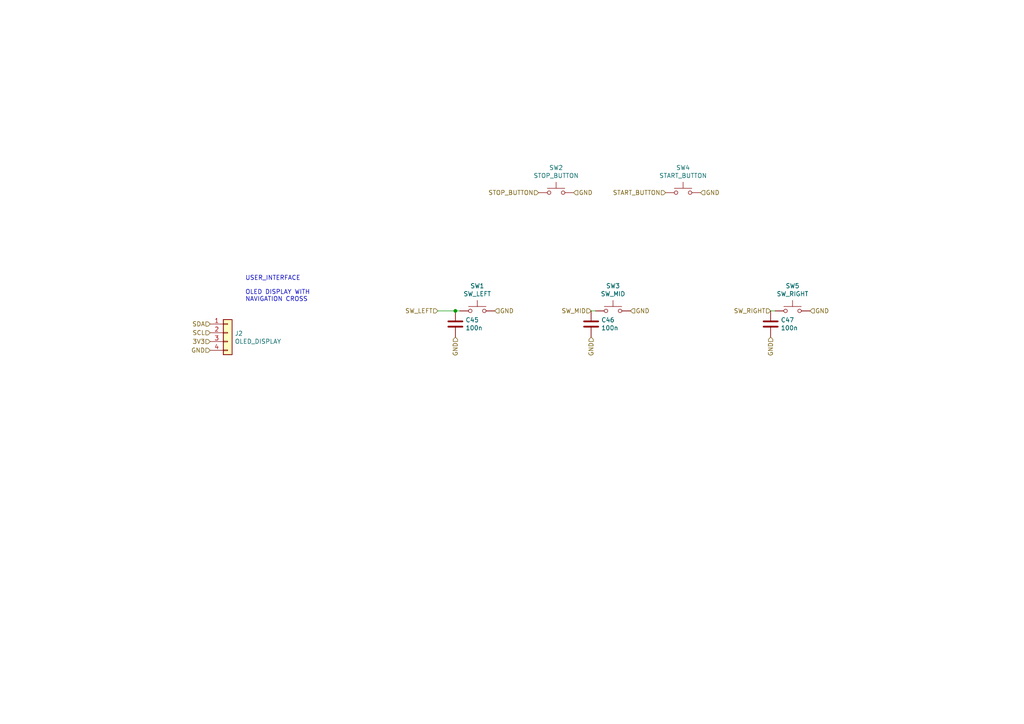
<source format=kicad_sch>
(kicad_sch (version 20211123) (generator eeschema)
  (paper "A4")
  (lib_symbols
    (symbol "Connector_Generic:Conn_01x04" (pin_names (offset 1.016) hide)
      (property "Reference" "J" (at 0 5.08 0))
      (property "Value" "Connector_Generic_Conn_01x04" (at 0 -7.62 0))
      (symbol "Conn_01x04_1_1"
        (rectangle (start -1.27 -4.953) (end 0 -5.207) (stroke (width 0.1524)))
        (rectangle (start -1.27 -2.413) (end 0 -2.667) (stroke (width 0.1524)))
        (rectangle (start -1.27 0.127) (end 0 -0.127) (stroke (width 0.1524)))
        (rectangle (start -1.27 2.667) (end 0 2.413) (stroke (width 0.1524)))
        (rectangle (start -1.27 3.81) (end 1.27 -6.35) (stroke (width 0.254)) (fill (type background)))
        (pin passive line (at -5.08 2.54 0) (length 3.81) (name "Pin_1") (number "1"))
        (pin passive line (at -5.08 0 0) (length 3.81) (name "Pin_2") (number "2"))
        (pin passive line (at -5.08 -2.54 0) (length 3.81) (name "Pin_3") (number "3"))
        (pin passive line (at -5.08 -5.08 0) (length 3.81) (name "Pin_4") (number "4"))
      )
    )
    (symbol "Device:C" (pin_numbers hide) (pin_names (offset 0.254))
      (property "Reference" "C" (at 0.635 2.54 0))
      (property "Value" "Device_C" (at 0.635 -2.54 0))
      (symbol "C_0_1"
        (polyline (pts (xy -2.032 -0.762) (xy 2.032 -0.762)) (stroke (width 0.508)))
        (polyline (pts (xy -2.032 0.762) (xy 2.032 0.762)) (stroke (width 0.508)))
      )
      (symbol "C_1_1"
        (pin passive line (at 0 3.81 270) (length 2.794) (name "~") (number "1"))
        (pin passive line (at 0 -3.81 90) (length 2.794) (name "~") (number "2"))
      )
    )
    (symbol "Switch:SW_Push" (pin_numbers hide) (pin_names (offset 1.016) hide)
      (property "Reference" "SW" (at 1.27 2.54 0))
      (property "Value" "Switch_SW_Push" (at 0 -1.524 0))
      (symbol "SW_Push_0_1"
        (circle (center -2.032 0) (radius 0.508))
        (polyline (pts (xy 0 1.27) (xy 0 3.048)))
        (polyline (pts (xy 2.54 1.27) (xy -2.54 1.27)))
        (circle (center 2.032 0) (radius 0.508))
        (pin passive line (at -5.08 0 0) (length 2.54) (name "1") (number "1"))
        (pin passive line (at 5.08 0 180) (length 2.54) (name "2") (number "2"))
      )
    )
  )
  (junction (at 132.08 90.17))
  (wire (pts (xy 127 90.17) (xy 132.08 90.17)))
  (wire (pts (xy 172.72 90.17) (xy 171.45 90.17)))
  (wire (pts (xy 132.08 90.17) (xy 133.35 90.17)))
  (wire (pts (xy 223.52 90.17) (xy 224.79 90.17)))
  (text "USER_INTERFACE\n\nOLED DISPLAY WITH\nNAVIGATION CROSS" (at 71.12 87.63 0) (effects (font (size 1.27 1.27)) (justify left bottom)))
  (hierarchical_label "GND" (shape input) (at 143.51 90.17 0))
  (hierarchical_label "SDA" (shape input) (at 60.96 93.98 180))
  (hierarchical_label "SW_RIGHT" (shape input) (at 223.52 90.17 180))
  (hierarchical_label "GND" (shape input) (at 60.96 101.6 180))
  (hierarchical_label "GND" (shape input) (at 171.45 97.79 270))
  (hierarchical_label "STOP_BUTTON" (shape input) (at 156.21 55.88 180))
  (hierarchical_label "GND" (shape input) (at 132.08 97.79 270))
  (hierarchical_label "GND" (shape input) (at 223.52 97.79 270))
  (hierarchical_label "GND" (shape input) (at 203.2 55.88 0))
  (hierarchical_label "GND" (shape input) (at 166.37 55.88 0))
  (hierarchical_label "START_BUTTON" (shape input) (at 193.04 55.88 180))
  (hierarchical_label "SW_LEFT" (shape input) (at 127 90.17 180))
  (hierarchical_label "SW_MID" (shape input) (at 171.45 90.17 180))
  (hierarchical_label "SCL" (shape input) (at 60.96 96.52 180))
  (hierarchical_label "GND" (shape input) (at 182.88 90.17 0))
  (hierarchical_label "3V3" (shape input) (at 60.96 99.06 180))
  (hierarchical_label "GND" (shape input) (at 234.95 90.17 0))
  (symbol (lib_id "Connector_Generic:Conn_01x04") (at 66.04 96.52 0) (unit 1)
    (property "Reference" "J2" (at 68.072 96.7232 0) (effects (justify left)))
    (property "Value" "OLED_DISPLAY" (at 68.072 99.0346 0) (effects (justify left)))
    (property "Footprint" "rofi:OLED_128_32_I2C" (effects hide))
    (property "JLCPCB_IGNORE" "YES" (effects hide))
  )
  (symbol (lib_id "Switch:SW_Push") (at 177.8 90.17 0) (unit 1)
    (property "Reference" "SW3" (at 177.8 82.931 0))
    (property "Value" "SW_MID" (at 177.8 85.2424 0))
    (property "Footprint" "rofi:BUTTON_SMT_G_4_3" (effects hide))
    (property "#manf" "PTS636 SL43 LFS" (effects hide))
    (property "LCSC" "C520860" (effects hide))
  )
  (symbol (lib_id "Switch:SW_Push") (at 138.43 90.17 0) (unit 1)
    (property "Reference" "SW1" (at 138.43 82.931 0))
    (property "Value" "SW_LEFT" (at 138.43 85.2424 0))
    (property "Footprint" "rofi:BUTTON_SMT_G_4_3" (effects hide))
    (property "#manf" "PTS636 SL43 LFS" (effects hide))
    (property "LCSC" "C520860" (effects hide))
  )
  (symbol (lib_id "Switch:SW_Push") (at 229.87 90.17 0) (unit 1)
    (property "Reference" "SW5" (at 229.87 82.931 0))
    (property "Value" "SW_RIGHT" (at 229.87 85.2424 0))
    (property "Footprint" "rofi:BUTTON_SMT_G_4_3" (effects hide))
    (property "#manf" "PTS636 SL43 LFS" (effects hide))
    (property "LCSC" "C520860" (effects hide))
  )
  (symbol (lib_id "Device:C") (at 132.08 93.98 0) (unit 1)
    (property "Reference" "C45" (at 135.001 92.8116 0) (effects (justify left)))
    (property "Value" "100n" (at 135.001 95.123 0) (effects (justify left)))
    (property "Footprint" "Capacitor_SMD:C_0402_1005Metric" (effects hide))
    (property "#manf" "885012105016" (effects hide))
    (property "LCSC" "C1525" (effects hide))
  )
  (symbol (lib_id "Device:C") (at 223.52 93.98 0) (unit 1)
    (property "Reference" "C47" (at 226.441 92.8116 0) (effects (justify left)))
    (property "Value" "100n" (at 226.441 95.123 0) (effects (justify left)))
    (property "Footprint" "Capacitor_SMD:C_0402_1005Metric" (effects hide))
    (property "#manf" "885012105016" (effects hide))
    (property "LCSC" "C1525" (effects hide))
  )
  (symbol (lib_id "Device:C") (at 171.45 93.98 0) (unit 1)
    (property "Reference" "C46" (at 174.371 92.8116 0) (effects (justify left)))
    (property "Value" "100n" (at 174.371 95.123 0) (effects (justify left)))
    (property "Footprint" "Capacitor_SMD:C_0402_1005Metric" (effects hide))
    (property "#manf" "885012105016" (effects hide))
    (property "LCSC" "C1525" (effects hide))
  )
  (symbol (lib_id "Switch:SW_Push") (at 198.12 55.88 0) (unit 1)
    (property "Reference" "SW4" (at 198.12 48.641 0))
    (property "Value" "START_BUTTON" (at 198.12 50.9524 0))
    (property "Footprint" "rofi:BUTTON_SMT_G_4_3" (effects hide))
    (property "#manf" "PTS636 SL43 LFS" (effects hide))
    (property "LCSC" "C520860" (effects hide))
  )
  (symbol (lib_id "Switch:SW_Push") (at 161.29 55.88 0) (unit 1)
    (property "Reference" "SW2" (at 161.29 48.641 0))
    (property "Value" "STOP_BUTTON" (at 161.29 50.9524 0))
    (property "Footprint" "rofi:BUTTON_SMT_G_4_3" (effects hide))
    (property "#manf" "PTS636 SL43 LFS" (effects hide))
    (property "LCSC" "C520860" (effects hide))
  )
)
</source>
